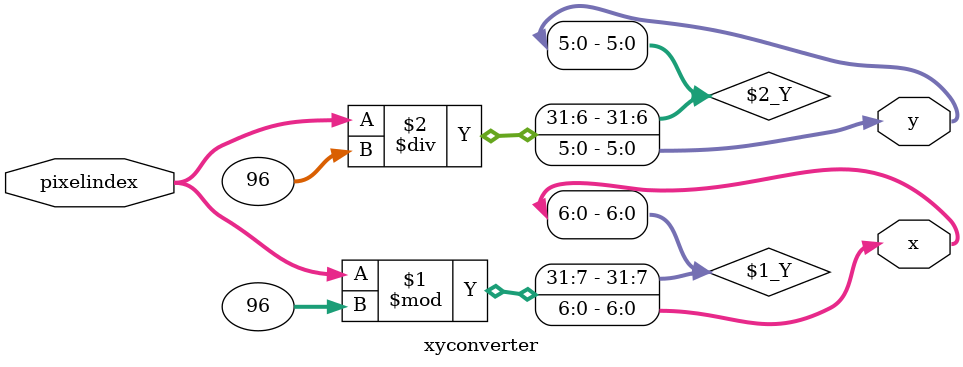
<source format=v>
`timescale 1ns / 1ps


module Main(
    input clk, btnU, btnD, btnL, btnR, btnC,
    output [7:0]JB
    );
    
wire clk6p25m;
slowclock dut0 (clk, 32'd7, clk6p25m);
wire debouncingclock1;
slowclock dut1 (clk, 32'd100000, debouncingclock1); //1ms
wire debouncingclock2;
slowclock dut2 (clk, 32'd100000, debouncingclock2); //1ms
wire debouncingclock3;
slowclock dut3 (clk, 32'd100000, debouncingclock3); //1ms
wire debouncingclock4;
slowclock dut4 (clk, 32'd100000, debouncingclock4); //1ms
wire debouncingclock5;
slowclock dut5 (clk, 32'd100000, debouncingclock5); //1ms
wire debouncingclock6;
slowclock dut6 (clk, 32'd100000, debouncingclock6); //1ms
wire debouncingclock7;
slowclock dut7 (clk, 32'd100000, debouncingclock7); //1ms
wire debouncingclock8;
slowclock dut8 (clk, 32'd100000, debouncingclock8); //1ms

reg [15:0] oled_data;
wire frame_begin, sendingpixels, samplepixel;
wire [12:0] pixelindex;
Oled_Display oledunit1 (
    .clk(clk6p25m), 
    .reset(0),
    .frame_begin(frame_begin),
    .sending_pixels(sendingpixels),
    .sample_pixel(samplepixel),
    .pixel_index(pixelindex),
    .pixel_data(oled_data),
    .cs(JB[0]),
    .sdin(JB[1]),
    .sclk(JB[3]),
    .d_cn(JB[4]),
    .resn(JB[5]),
    .vccen(JB[6]),
    .pmoden(JB[7])
    );
    
wire [6:0] x;
wire [5:0] y;
xyconverter dutdut(pixelindex,x,y);   

wire [6:0] xmage;
wire [5:0] ymage;
wire [6:0] xgunman;
wire [5:0] ygunman;
wire [6:0] xswordman;
wire [5:0] yswordman;
wire [6:0] xfistman;
wire [5:0] yfistman;



wire [6:0] xmageprojectile;
wire [5:0] ymageprojectile;
wire [6:0] xgunmanprojectile;
wire [5:0] ygunmanprojectile;
wire [6:0] xswordmanprojectile;
wire [5:0] yswordmanprojectile;
wire [6:0] xfistmanprojectile;
wire [5:0] yfistmanprojectile;

wire [1:0] magedirection; //up, down, left, right
wire [1:0] gunmandirection;
wire [1:0] swordmandirection;
wire [1:0] fistmandirection;

wire [1:0] mageprojectiledirection; //up, down, left, right
wire [1:0] gunmanprojectiledirection;
wire [1:0] swordmanprojectiledirection;
wire [1:0] fistmanprojectiledirection;

wire mageprojectileactive;
wire gunmanprojectileactive;
wire swordmanprojectileactive;
wire fistmanprojectileactive;


// Collision detection signals
reg [6:0] test_x;
reg [5:0] test_y;
reg [1:0] character_to_move;
wire move_allowed;

// Character test positions
wire [6:0] mage_test_x;
wire [5:0] mage_test_y;
wire mage_test_active;
wire [6:0] gunman_test_x;
wire [5:0] gunman_test_y; 
wire gunman_test_active;
wire [6:0] swordman_test_x;
wire [5:0] swordman_test_y;
wire swordman_test_active;
wire [6:0] fistman_test_x;
wire [5:0] fistman_test_y;
wire fistman_test_active;

// Character hit signals
wire mage_hit, gunman_hit, swordman_hit, fistman_hit;

localparam CHARACTER_WIDTH = 20;
localparam CHARACTER_HEIGHT = 20;
localparam PROJECTILE_WIDTH = 8;
localparam PROJECTILE_HEIGHT = 8;

// Instantiate the collision detector
CollisionDetector collision_detector (
    .xmage(xmage),
    .ymage(ymage),
    .xgunman(xgunman),
    .ygunman(ygunman),
    .xswordman(xswordman),
    .yswordman(yswordman),
    .xfistman(xfistman),
    .yfistman(yfistman),
    
    .xmageprojectile(xmageprojectile),
    .ymageprojectile(ymageprojectile),
    .xgunmanprojectile(xgunmanprojectile),
    .ygunmanprojectile(ygunmanprojectile),
    .xswordmanprojectile(xswordmanprojectile),
    .yswordmanprojectile(yswordmanprojectile),
    .xfistmanprojectile(xfistmanprojectile),
    .yfistmanprojectile(yfistmanprojectile),
    
    .mageprojectileactive(mageprojectileactive),
    .gunmanprojectileactive(gunmanprojectileactive),
    .swordmanprojectileactive(swordmanprojectileactive),
    .fistmanprojectileactive(fistmanprojectileactive),
    
    .CHARACTER_WIDTH(CHARACTER_WIDTH),
    .CHARACTER_HEIGHT(CHARACTER_HEIGHT),
    .PROJECTILE_WIDTH(PROJECTILE_WIDTH),
    .PROJECTILE_HEIGHT(PROJECTILE_HEIGHT),
    
    .test_x(test_x),
    .test_y(test_y),
    .character_to_move(character_to_move),
    
    .move_allowed(move_allowed),
    .mage_hit(mage_hit),
    .gunman_hit(gunman_hit),
    .swordman_hit(swordman_hit),
    .fistman_hit(fistman_hit)
);

// Collision detection multiplexer (add this before the character movement modules)
always @(*) begin
    if (mage_test_active) begin
        test_x = mage_test_x;
        test_y = mage_test_y;
        character_to_move = 2'b00;
    end
    else if (gunman_test_active) begin
        test_x = gunman_test_x;
        test_y = gunman_test_y;
        character_to_move = 2'b01;
    end
    else if (swordman_test_active) begin
        test_x = swordman_test_x;
        test_y = swordman_test_y;
        character_to_move = 2'b10;
    end
    else if (fistman_test_active) begin
        test_x = fistman_test_x;
        test_y = fistman_test_y;
        character_to_move = 2'b11;
    end
    else begin
        test_x = 0;
        test_y = 0;
        character_to_move = 2'b00;
    end
end

charactermovement #(
    .startx(10),
    .starty(10)
) mage1 (
    .debouncingclock(debouncingclock1),
    .btnU(btnU),
    .btnD(btnD),
    .btnL(btnL),
    .btnR(btnR),
    .wxcharacter(xmage),
    .wycharacter(ymage),
    .move_allowed(move_allowed),    
    .chardirection(magedirection),
    .xcharacter(xmage),
    .ycharacter(ymage),
    .test_x(mage_test_x),
    .test_y(mage_test_y),
    .test_active(mage_test_active)
);

charactermovement #(
    .startx(10),
    .starty(40)
) gunman1 (
    .debouncingclock(debouncingclock2),
    .btnU(btnU),
    .btnD(btnD),
    .btnL(btnL),
    .btnR(btnR),
    .wxcharacter(xgunman),
    .wycharacter(ygunman),
    .move_allowed(move_allowed),
    .chardirection(gunmandirection),
    .xcharacter(xgunman),
    .ycharacter(ygunman),
    .test_x(gunman_test_x),
    .test_y(gunman_test_y),
    .test_active(gunman_test_active)
);

charactermovement #(
    .startx(40),
    .starty(10)
) swordman1 (
    .debouncingclock(debouncingclock3),
    .btnU(btnU),
    .btnD(btnD),
    .btnL(btnL),
    .btnR(btnR),
    .wxcharacter(xswordman),
    .wycharacter(yswordman),
    .move_allowed(move_allowed),
    .chardirection(swordmandirection),
    .xcharacter(xswordman),
    .ycharacter(yswordman),
    .test_x(swordman_test_x),
    .test_y(swordman_test_y),
    .test_active(swordman_test_active)
);

charactermovement #(
    .startx(40),
    .starty(40)
) fistman1 (
    .debouncingclock(debouncingclock4),
    .btnU(btnU),
    .btnD(btnD),
    .btnL(btnL),
    .btnR(btnR),
    .wxcharacter(xfistman),
    .wycharacter(yfistman),
    .move_allowed(move_allowed),
    .chardirection(fistmandirection),
    .xcharacter(xfistman),
    .ycharacter(yfistman),
    .test_x(fistman_test_x),
    .test_y(fistman_test_y),
    .test_active(fistman_test_active)
);

projectilemovement mage2(
    .btnC(btnC),
    .debouncingclock(debouncingclock5),
    .chardirection(magedirection),
    .xcharacter(xmage),
    .ycharacter(ymage),
    .projectiledirection(mageprojectiledirection),
    .xprojectile(xmageprojectile),
    .yprojectile(ymageprojectile),
    .projectileactive(mageprojectileactive)
);

projectilemovement gunman2(
    .btnC(btnC),
    .debouncingclock(debouncingclock6),
    .chardirection(gunmandirection),
    .xcharacter(xgunman),
    .ycharacter(ygunman),
    .projectiledirection(gunmanprojectiledirection),
    .xprojectile(xgunmanprojectile),
    .yprojectile(ygunmanprojectile),
    .projectileactive(gunmanprojectileactive)
);

projectilemovement swordman2(
    .btnC(btnC),
    .debouncingclock(debouncingclock7),
    .chardirection(swordmandirection),
    .xcharacter(xswordman),
    .ycharacter(yswordman),
    .projectiledirection(swordmanprojectiledirection),
    .xprojectile(xswordmanprojectile),
    .yprojectile(yswordmanprojectile),
    .projectileactive(swordmanprojectileactive)
);

projectilemovement fistman2(
    .btnC(btnC),
    .debouncingclock(debouncingclock8),
    .chardirection(fistmandirection),
    .xcharacter(xfistman),
    .ycharacter(yfistman),
    .projectiledirection(fistmanprojectiledirection),
    .xprojectile(xfistmanprojectile),
    .yprojectile(yfistmanprojectile),
    .projectileactive(fistmanprojectileactive)
);



wire [15:0] magedata;
wire [15:0] gunmandata;
wire [15:0] swordmandata;
wire [15:0] fistmandata;
wire [15:0] mageprojectiledata;
wire [15:0] gunmanprojectiledata;
wire [15:0] swordmanprojectiledata;
wire [15:0] fistmanprojectiledata;
wire [15:0] battlearenadata;

mage_bram char1 (
    .clk(clk6p25m),
    .x(x - xmage),
    .y(y - ymage),
    .magedirection(magedirection),
    .pixel_data(magedata)
);

gunman_bram char2 (
    .clk(clk6p25m),
    .x(x - xgunman),
    .y(y - ygunman),
    .gunmandirection(gunmandirection),
    .pixel_data(gunmandata)
);

swordman_bram char3 (
    .clk(clk6p25m),
    .x(x - xswordman),
    .y(y - yswordman),
    .swordmandirection(swordmandirection),
    .pixel_data(swordmandata)
);

fistman_bram char4 (
    .clk(clk6p25m),
    .x(x - xfistman),
    .y(y - yfistman),
    .fistmandirection(fistmandirection),
    .pixel_data(fistmandata)
);

mageprojectile_bram proj1 (
    .clk(clk6p25m),
    .x(x-xmageprojectile),
    .y(y-ymageprojectile),
    .mageprojectiledirection(mageprojectiledirection),
    .pixel_data(mageprojectiledata)
);

gunmanprojectile_bram proj2 (
    .clk(clk6p25m),
    .x(x - xgunmanprojectile),
    .y(y - ygunmanprojectile),
    .gunmanprojectiledirection(gunmanprojectiledirection),
    .pixel_data(gunmanprojectiledata)
);

swordmanprojectile_bram proj3 (
    .clk(clk6p25m),
    .x(x - xswordmanprojectile),
    .y(y - yswordmanprojectile),
    .swordmanprojectiledirection(swordmanprojectiledirection),
    .pixel_data(swordmanprojectiledata)
);

fistmanprojectile_bram proj4 (
    .clk(clk6p25m),
    .x(x - xfistmanprojectile),
    .y(y - yfistmanprojectile),
    .fistmanprojectiledirection(fistmanprojectiledirection),
    .pixel_data(fistmanprojectiledata)
);

battlearena_bram battlearena (
    .clk(clk6p25m),
    .x(x),
    .y(y),
    .pixel_data(battlearenadata)
);

always @(clk) begin
    if(magedata != 16'b0000000000000001 && magedata !=16'b0)
        oled_data = magedata;
    else if (gunmandata != 16'b0000000000000001 && gunmandata != 16'b0)
        oled_data = gunmandata;
    else if (swordmandata != 16'b0000000000000001 && swordmandata != 16'b0)
        oled_data = swordmandata;
    else if (fistmandata != 16'b0000000000000001 && fistmandata != 16'b0)
        oled_data = fistmandata;
    else if (mageprojectileactive != 1'b0 && mageprojectiledata != 16'b0000000000000001 && mageprojectiledata != 18'b0)
         oled_data = mageprojectiledata;
    else if (swordmanprojectileactive != 1'b0 && swordmanprojectiledata != 16'b0000000000000001 && swordmanprojectiledata != 18'b0)
         oled_data = swordmanprojectiledata;
    else if (gunmanprojectileactive != 1'b0 && gunmanprojectiledata != 16'b0000000000000001 && gunmanprojectiledata != 18'b0)
         oled_data = gunmanprojectiledata;
    else if (fistmanprojectileactive != 1'b0 && fistmanprojectiledata != 16'b0000000000000001 && fistmanprojectiledata != 18'b0)
         oled_data = fistmanprojectiledata;
    else
        oled_data = battlearenadata;  // Default black background
end
    
endmodule

module slowclock(
    input clk,
    input [31:0] m,
    output reg CLOCK
    );

    reg [31:0] COUNT;

    initial begin
        CLOCK = 0;
        COUNT = 0;
    end

    always @ (posedge clk) begin
        if (COUNT == m) begin
            CLOCK <= ~CLOCK;
            COUNT <= 0;
            end
        else begin
            COUNT <= COUNT + 1;
            end
     end
      
endmodule

module xyconverter (
    input [12:0] pixelindex, 
    output [6:0] x,
    output [5:0] y
    );
    assign x = pixelindex % 96;
    assign y = pixelindex / 96;
endmodule
</source>
